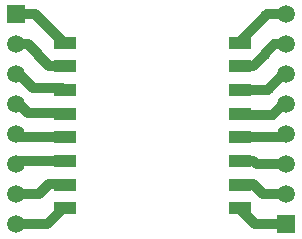
<source format=gtl>
G04 Layer_Physical_Order=1*
G04 Layer_Color=255*
%FSLAX25Y25*%
%MOIN*%
G70*
G01*
G75*
%ADD10R,0.07700X0.04200*%
%ADD11C,0.03200*%
%ADD12R,0.05906X0.05906*%
%ADD13C,0.05906*%
D10*
X79634Y10400D02*
D03*
Y18300D02*
D03*
Y26100D02*
D03*
Y34000D02*
D03*
Y41937D02*
D03*
Y49811D02*
D03*
Y57685D02*
D03*
Y65559D02*
D03*
X21300D02*
D03*
Y57685D02*
D03*
Y49811D02*
D03*
Y41937D02*
D03*
Y34000D02*
D03*
Y26100D02*
D03*
Y18300D02*
D03*
Y10400D02*
D03*
D11*
X84641Y5000D02*
X95000D01*
X79200Y10441D02*
X84641Y5000D01*
X87379Y15000D02*
X95000D01*
Y25000D02*
Y25215D01*
X88900Y49900D02*
X94000Y55000D01*
X79200Y49900D02*
X88900D01*
X94000Y55000D02*
X95000D01*
X79200Y42000D02*
X79718Y41482D01*
X90518D01*
X94036Y45000D01*
X95000D01*
X94063Y34063D02*
X95000Y35000D01*
X79200Y34063D02*
X94063D01*
X88600Y75000D02*
X95000D01*
X79200Y65600D02*
X88600Y75000D01*
X5000Y5000D02*
X15425D01*
X20866Y10441D01*
X5000Y25000D02*
X6189Y26189D01*
X20866D01*
X11466Y75000D02*
X20866Y65600D01*
X5000Y75000D02*
X11466D01*
X5000Y15000D02*
X12687D01*
X16002Y18315D01*
X20866D01*
X79200Y57700D02*
X84038D01*
X87850Y61512D01*
Y61850D01*
X91000Y65000D01*
X95000D01*
X20866Y42000D02*
Y42100D01*
X20366Y50400D02*
X20866Y49900D01*
X5000Y35000D02*
X5937Y34063D01*
X20866D01*
X8964Y42000D02*
X20866D01*
X5000Y65000D02*
X9000D01*
X12216Y61784D01*
Y61512D02*
Y61784D01*
Y61512D02*
X16028Y57700D01*
X20866D01*
X5000Y55000D02*
X5964D01*
X10564Y50400D01*
X20366D01*
X5000Y45000D02*
X5964D01*
X8964Y42000D01*
X79200Y18315D02*
X84064D01*
X87379Y15000D01*
X79200Y26189D02*
X84064D01*
X85253Y25000D01*
X95000D01*
D12*
X95000Y5000D02*
D03*
X5000Y75000D02*
D03*
D13*
X95000Y15000D02*
D03*
Y25000D02*
D03*
Y35000D02*
D03*
Y45000D02*
D03*
Y55000D02*
D03*
Y65000D02*
D03*
Y75000D02*
D03*
X5000Y65000D02*
D03*
Y55000D02*
D03*
Y45000D02*
D03*
Y35000D02*
D03*
Y25000D02*
D03*
Y15000D02*
D03*
Y5000D02*
D03*
M02*

</source>
